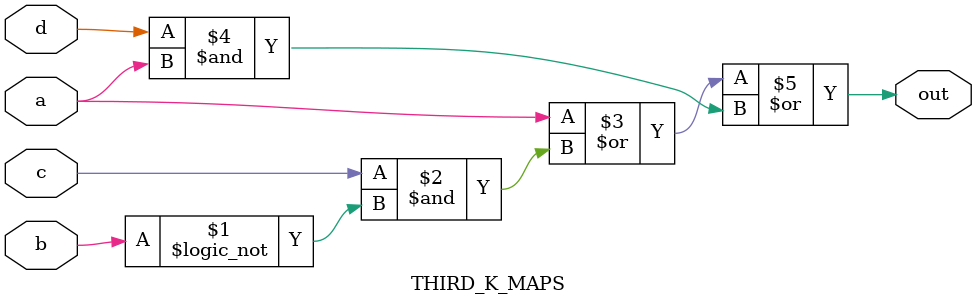
<source format=v>
module THIRD_K_MAPS(
    input a,
    input b,
    input c,
    input d,
    output out  ); 
    assign out =a|(c&(!b))|(d&a);
endmodule

</source>
